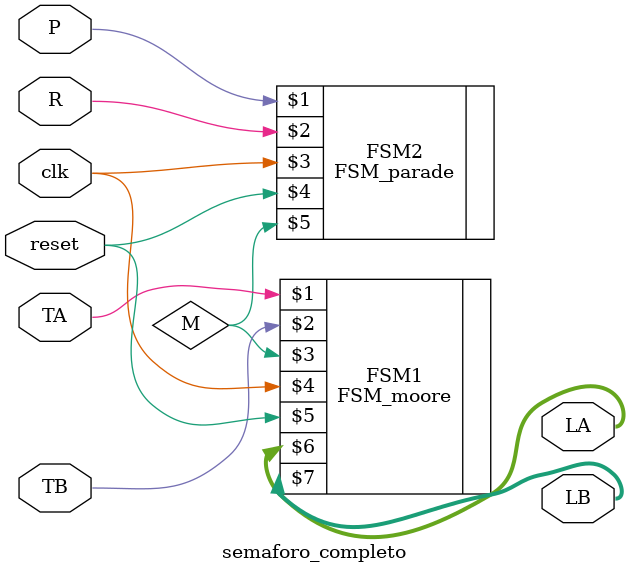
<source format=v>
module semaforo_completo (
	input TA, TB, P, R, clk, reset,
	output [2:0] LA, LB
	);
	
	// interconexión de las FSMs
	wire M;
	FSM_moore  FSM1(TA, TB, M, clk, reset, LA, LB);
	FSM_parade FSM2(P, R, clk, reset, M);
	
endmodule

</source>
